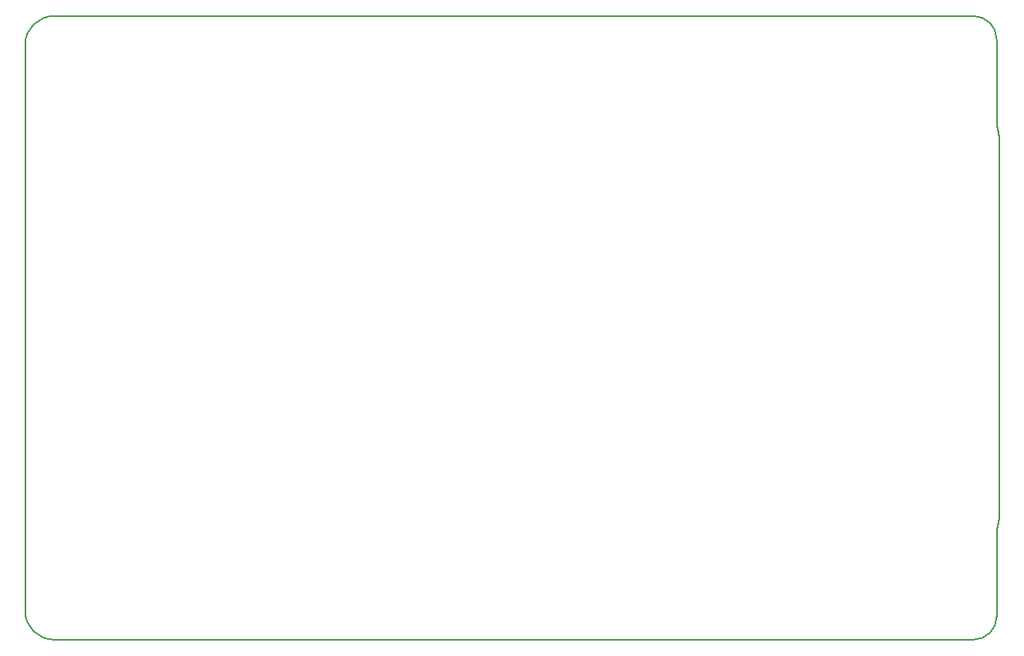
<source format=gm1>
G04 #@! TF.FileFunction,Profile,NP*
%FSLAX46Y46*%
G04 Gerber Fmt 4.6, Leading zero omitted, Abs format (unit mm)*
G04 Created by KiCad (PCBNEW 4.0.6) date Fri Jul 21 15:53:30 2017*
%MOMM*%
%LPD*%
G01*
G04 APERTURE LIST*
%ADD10C,0.100000*%
%ADD11C,0.150000*%
G04 APERTURE END LIST*
D10*
D11*
X153670000Y-36830000D02*
X153670000Y-27305000D01*
X153924000Y-38100000D02*
X153670000Y-36830000D01*
X151130000Y-93345000D02*
G75*
G03X153670000Y-90805000I0J2540000D01*
G01*
X153670000Y-81280000D02*
X153670000Y-90805000D01*
X153924000Y-80010000D02*
X153670000Y-81280000D01*
X46990000Y-90170000D02*
G75*
G03X50165000Y-93345000I3175000J0D01*
G01*
X50165000Y-24765000D02*
G75*
G03X46990000Y-27940000I0J-3175000D01*
G01*
X153670000Y-27305000D02*
G75*
G03X151130000Y-24765000I-2540000J0D01*
G01*
X151130000Y-93345000D02*
X50165000Y-93345000D01*
X46990000Y-90170000D02*
X46990000Y-27940000D01*
X153924000Y-38100000D02*
X153924000Y-80010000D01*
X50165000Y-24765000D02*
X151130000Y-24765000D01*
M02*

</source>
